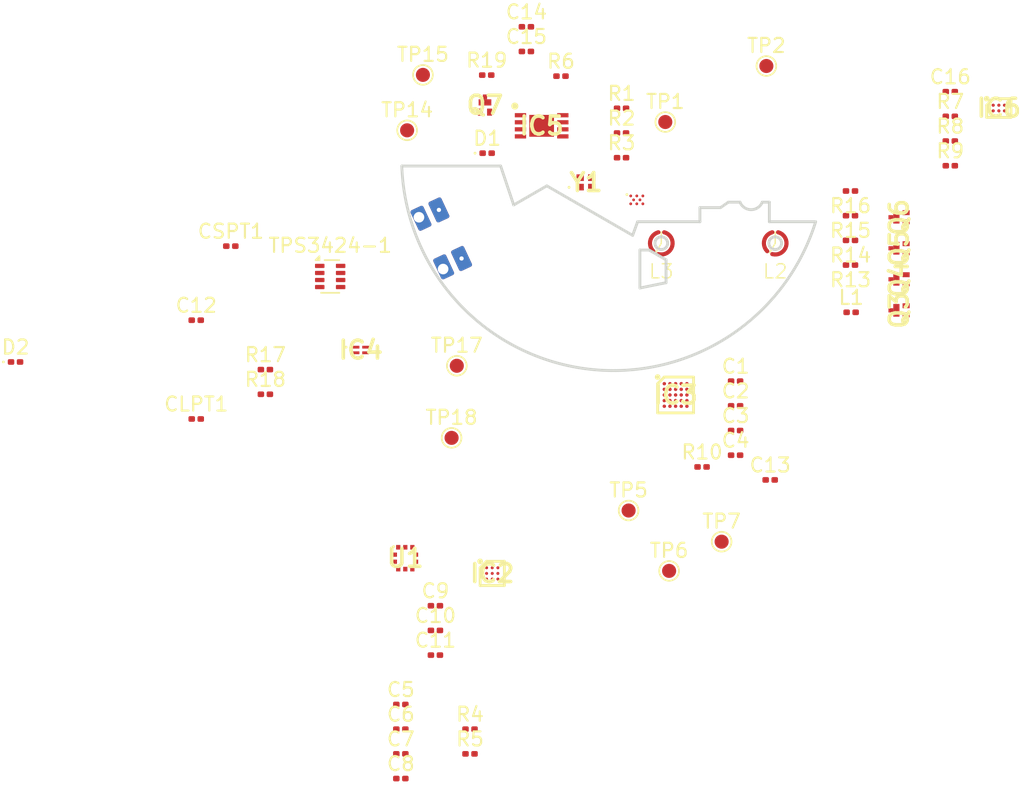
<source format=kicad_pcb>
(kicad_pcb (version 20241229) (generator "pcbnew") (generator_version "9.0")
  (layers (0 "F.Cu" signal) (2 "B.Cu" signal) (13 "F.Paste" user) (15 "B.Paste" user) (5 "F.SilkS" user "F.Silkscreen") (7 "B.SilkS" user "B.Silkscreen") (1 "F.Mask" user) (3 "B.Mask" user) (25 "Edge.Cuts" user))
  (net 0 "")
  (net 1 "GND")
  (net 2 "Controller Output")
  (net 3 "Net-(IC3-VDDA)")
  (net 4 "Net-(IC2-CRST)")
  (net 5 "Net-(U1-VDDIO)")
  (net 6 "Net-(C12-Pad2)")
  (net 7 "NRST")
  (net 8 "Charge+")
  (net 9 "Net-(TPS3424-1-LPT)")
  (net 10 "Net-(TPS3424-1-SPT)")
  (net 11 "Net-(D1-A)")
  (net 12 "+3V0")
  (net 13 "Net-(D2-A)")
  (net 14 "Stat")
  (net 15 "Net-(IC1-MOT2)")
  (net 16 "Net-(IC1-RESET)")
  (net 17 "Net-(IC1-MOT1)")
  (net 19 "OSCOUT")
  (net 20 "OSCIN")
  (net 21 "Net-(IC1-VDD)")
  (net 23 "I2C1_SDA")
  (net 24 "I2C1_SCL")
  (net 31 "GPIO_Output_Mono")
  (net 33 "GPIO_EXTI1")
  (net 34 "SYS_SWCLK")
  (net 36 "GPIO_EXTI9")
  (net 40 "SYS_SWDIO")
  (net 41 "Tim2_CH3")
  (net 42 "Tim2_CH1")
  (net 43 "Net-(IC5-PROG)")
  (net 45 "Net-(Q4-D_1)")
  (net 46 "Net-(Q3-D_1)")
  (net 48 "Net-(Q7-D_1)")
  (footprint "Resistor_SMD:R_0201_0603Metric" (layer "F.Cu") (at 115.655 134.73)
    (property "Reference" "R4" (at 0 -1.05 0) (layer "F.SilkS"))
    (property "Value" "2k")
    (pad "1" smd roundrect (at -0.32 0) (size 0.46 0.4) (layers "F.Cu" "F.Mask") (net 2 "Controller Output"))
    (pad "2" smd roundrect (at 0.32 0) (size 0.46 0.4) (layers "F.Cu" "F.Mask") (net 23 "I2C1_SDA"))
  )
  (footprint "Resistor_SMD:R_0201_0603Metric" (layer "F.Cu") (at 142.61 96.58 180)
    (property "Reference" "R16" (at 0 -1.05 0) (layer "F.SilkS"))
    (property "Value" "100k")
    (pad "1" smd roundrect (at -0.32 0 180) (size 0.46 0.4) (layers "F.Cu" "F.Mask") (net 45 "Net-(Q4-D_1)"))
    (pad "2" smd roundrect (at 0.32 0 180) (size 0.46 0.4) (layers "F.Cu" "F.Mask") (net 41 "Tim2_CH3"))
  )
  (footprint "Diode_SMD:D_0201_0603Metric" (layer "F.Cu") (at 83.46 108.7)
    (property "Reference" "D2" (at 0 -1.05 0) (layer "F.SilkS"))
    (property "Value" "D")
    (fp_circle (center -0.86 0) (end -0.81 0) (stroke (width 0.1)) (fill no) (layer "F.SilkS"))
    (pad "1" smd roundrect (at -0.32 0) (size 0.46 0.4) (layers "F.Cu" "F.Mask") (net 14 "Stat"))
    (pad "2" smd roundrect (at 0.32 0) (size 0.46 0.4) (layers "F.Cu" "F.Mask") (net 13 "Net-(D2-A)"))
  )
  (footprint "Inductor_SMD:L_0201_0603Metric" (layer "F.Cu") (at 142.655 105.18)
    (property "Reference" "L1" (at 0 -1.05 0) (layer "F.SilkS"))
    (property "Value" "27n")
    (pad "1" smd roundrect (at -0.32 0) (size 0.46 0.4) (layers "F.Cu" "F.Mask") (net 2 "Controller Output"))
    (pad "2" smd roundrect (at 0.32 0) (size 0.46 0.4) (layers "F.Cu" "F.Mask") (net 3 "Net-(IC3-VDDA)"))
  )
  (footprint "TestPoint:TestPoint_Pad_D1.0mm" (layer "F.Cu") (at 136.65 87.72)
    (property "Reference" "TP2" (at 0 -1.448 0) (layer "F.SilkS"))
    (property "Value" "VDD_PCF2003")
    (fp_circle (center 0 0) (end 0 0.7) (stroke (width 0.12)) (fill no) (layer "F.SilkS"))
    (pad "1" smd circle (at 0 0) (size 1 1) (layers "F.Cu" "F.Mask") (net 21 "Net-(IC1-VDD)"))
  )
  (footprint "Resistor_SMD:R_0201_0603Metric" (layer "F.Cu") (at 126.39 92.47)
    (property "Reference" "R2" (at 0 -1.05 0) (layer "F.SilkS"))
    (property "Value" "0")
    (pad "1" smd roundrect (at -0.32 0) (size 0.46 0.4) (layers "F.Cu" "F.Mask") (net 1 "GND"))
    (pad "2" smd roundrect (at 0.32 0) (size 0.46 0.4) (layers "F.Cu" "F.Mask") (net 16 "Net-(IC1-RESET)"))
  )
  (footprint "SamacSys_Parts:BGA9C40P3X3_128X128X54" (layer "F.Cu") (at 117.23 123.69)
    (property "Reference" "IC2" (at 0 0 0) (layer "F.SilkS") (effects (font (size 1.27 1.27) (thickness 0.254))))
    (property "Value" "BMM350" (hide yes))
    (fp_line (start -0.857 -0.401) (end -0.399 -0.859) (stroke (width 0.2)) (layer "F.SilkS"))
    (fp_line (start -0.857 0.857) (end -0.857 -0.401) (stroke (width 0.2)) (layer "F.SilkS"))
    (fp_line (start -0.4 -0.858) (end 0.858 -0.858) (stroke (width 0.2)) (layer "F.SilkS"))
    (fp_line (start 0.858 -0.858) (end 0.858 0.857) (stroke (width 0.2)) (layer "F.SilkS"))
    (fp_line (start 0.858 0.857) (end -0.857 0.857) (stroke (width 0.2)) (layer "F.SilkS"))
    (fp_circle (center -0.858 -0.858) (end -0.858 -0.758) (stroke (width 0.2)) (fill no) (layer "F.SilkS"))
    (pad "A1" smd circle (at -0.4 -0.4 90) (size 0.215 0.215) (layers "F.Cu" "F.Mask" "F.Paste"))
    (pad "A2" smd circle (at 0 -0.4 90) (size 0.215 0.215) (layers "F.Cu" "F.Mask" "F.Paste") (net 23 "I2C1_SDA"))
    (pad "A3" smd circle (at 0.4 -0.4 90) (size 0.215 0.215) (layers "F.Cu" "F.Mask" "F.Paste") (net 24 "I2C1_SCL"))
    (pad "B1" smd circle (at -0.4 0 90) (size 0.215 0.215) (layers "F.Cu" "F.Mask" "F.Paste") (net 1 "GND"))
    (pad "B2" smd circle (at 0 0 90) (size 0.215 0.215) (layers "F.Cu" "F.Mask" "F.Paste") (net 1 "GND"))
    (pad "B3" smd circle (at 0.4 0 90) (size 0.215 0.215) (layers "F.Cu" "F.Mask" "F.Paste") (net 2 "Controller Output"))
    (pad "C1" smd circle (at -0.4 0.4 90) (size 0.215 0.215) (layers "F.Cu" "F.Mask" "F.Paste") (net 2 "Controller Output"))
    (pad "C2" smd circle (at 0 0.4 90) (size 0.215 0.215) (layers "F.Cu" "F.Mask" "F.Paste") (net 4 "Net-(IC2-CRST)"))
    (pad "C3" smd circle (at 0.4 0.4 90) (size 0.215 0.215) (layers "F.Cu" "F.Mask" "F.Paste") (net 1 "GND"))
  )
  (footprint "Capacitor_SMD:C_0201_0603Metric" (layer "F.Cu") (at 96.26 112.74)
    (property "Reference" "CLPT1" (at 0 -1.05 0) (layer "F.SilkS"))
    (property "Value" "1u")
    (pad "1" smd roundrect (at -0.32 0) (size 0.46 0.4) (layers "F.Cu" "F.Mask") (net 1 "GND"))
    (pad "2" smd roundrect (at 0.32 0) (size 0.46 0.4) (layers "F.Cu" "F.Mask") (net 9 "Net-(TPS3424-1-LPT)"))
  )
  (footprint "Diode_SMD:D_0201_0603Metric" (layer "F.Cu") (at 116.87 93.9)
    (property "Reference" "D1" (at 0 -1.05 0) (layer "F.SilkS"))
    (property "Value" "D")
    (fp_circle (center -0.86 0) (end -0.81 0) (stroke (width 0.1)) (fill no) (layer "F.SilkS"))
    (pad "1" smd roundrect (at -0.32 0) (size 0.46 0.4) (layers "F.Cu" "F.Mask") (net 12 "+3V0"))
    (pad "2" smd roundrect (at 0.32 0) (size 0.46 0.4) (layers "F.Cu" "F.Mask") (net 11 "Net-(D1-A)"))
  )
  (footprint "TestPoint:TestPoint_Pad_D1.0mm" (layer "F.Cu") (at 126.89 119.23)
    (property "Reference" "TP5" (at 0 -1.448 0) (layer "F.SilkS"))
    (property "Value" "SWDIO")
    (fp_circle (center 0 0) (end 0 0.7) (stroke (width 0.12)) (fill no) (layer "F.SilkS"))
    (pad "1" smd circle (at 0 0) (size 1 1) (layers "F.Cu" "F.Mask") (net 40 "SYS_SWDIO"))
  )
  (footprint "Resistor_SMD:R_0201_0603Metric" (layer "F.Cu") (at 149.68 94.79)
    (property "Reference" "R9" (at 0 -1.05 0) (layer "F.SilkS"))
    (property "Value" "0")
    (pad "1" smd roundrect (at -0.32 0) (size 0.46 0.4) (layers "F.Cu" "F.Mask") (net 2 "Controller Output"))
    (pad "2" smd roundrect (at 0.32 0) (size 0.46 0.4) (layers "F.Cu" "F.Mask") (net 1 "GND"))
  )
  (footprint "Resistor_SMD:R_0201_0603Metric" (layer "F.Cu") (at 101.16 109.24)
    (property "Reference" "R17" (at 0 -1.05 0) (layer "F.SilkS"))
    (property "Value" "1k")
    (pad "1" smd roundrect (at -0.32 0) (size 0.46 0.4) (layers "F.Cu" "F.Mask") (net 1 "GND"))
    (pad "2" smd roundrect (at 0.32 0) (size 0.46 0.4) (layers "F.Cu" "F.Mask") (net 6 "Net-(C12-Pad2)"))
  )
  (footprint "Capacitor_SMD:C_0201_0603Metric" (layer "F.Cu") (at 134.47 115.31)
    (property "Reference" "C4" (at 0 -1.05 0) (layer "F.SilkS"))
    (property "Value" "100n")
    (pad "1" smd roundrect (at -0.32 0) (size 0.46 0.4) (layers "F.Cu" "F.Mask") (net 1 "GND"))
    (pad "2" smd roundrect (at 0.32 0) (size 0.46 0.4) (layers "F.Cu" "F.Mask") (net 3 "Net-(IC3-VDDA)"))
  )
  (footprint "SamacSys_Parts:Miyota 2035" (layer "F.Cu") (at 129.206502 100.28)
    (property "Reference" "L3" (at 0 2 0) (layer "F.SilkS") (effects (font (thickness 0.1))))
    (property "Value" "L")
    (fp_line (start 0 -0.8) (end 0 0) (stroke (width 0.1)) (layer "F.SilkS"))
    (fp_line (start 0 0) (end -0.4 0.69282) (stroke (width 0.1)) (layer "F.SilkS"))
    (fp_circle (center 0 0) (end 0.5 0) (stroke (width 0.1)) (fill no) (layer "F.SilkS"))
    (pad "1" smd custom (at -0.207055 -0.772741) (size 0.3 0.3) (layers "F.Cu" "F.Mask" "F.Paste") (net 15 "Net-(IC1-MOT2)") (options (clearance outline) (anchor circle)) (primitives (gr_arc (start -0.35863 1.338426) (mid -0.565685 0.565686) (end 0 0) (width 0.3))))
    (pad "2" smd custom (at 0.207055 -0.772741) (size 0.3 0.3) (layers "F.Cu" "F.Mask" "F.Paste") (net 17 "Net-(IC1-MOT1)") (options (clearance outline) (anchor circle)) (primitives (gr_arc (start 0 0) (mid 0.565686 0.979796) (end -0.41411 1.545482) (width 0.3))))
  )
  (footprint "Capacitor_SMD:C_0201_0603Metric" (layer "F.Cu") (at 119.65 86.69)
    (property "Reference" "C15" (at 0 -1.05 0) (layer "F.SilkS"))
    (property "Value" "4.7u")
    (pad "1" smd roundrect (at -0.32 0) (size 0.46 0.4) (layers "F.Cu" "F.Mask") (net 12 "+3V0"))
    (pad "2" smd roundrect (at 0.32 0) (size 0.46 0.4) (layers "F.Cu" "F.Mask") (net 1 "GND"))
  )
  (footprint "Capacitor_SMD:C_0201_0603Metric" (layer "F.Cu") (at 149.68 89.54)
    (property "Reference" "C16" (at 0 -1.05 0) (layer "F.SilkS"))
    (property "Value" "100n")
    (pad "1" smd roundrect (at -0.32 0) (size 0.46 0.4) (layers "F.Cu" "F.Mask") (net 2 "Controller Output"))
    (pad "2" smd roundrect (at 0.32 0) (size 0.46 0.4) (layers "F.Cu" "F.Mask") (net 1 "GND"))
  )
  (footprint "Capacitor_SMD:C_0201_0603Metric" (layer "F.Cu") (at 96.26 105.74)
    (property "Reference" "C12" (at 0 -1.05 0) (layer "F.SilkS"))
    (property "Value" "220n")
    (pad "1" smd roundrect (at -0.32 0) (size 0.46 0.4) (layers "F.Cu" "F.Mask") (net 1 "GND"))
    (pad "2" smd roundrect (at 0.32 0) (size 0.46 0.4) (layers "F.Cu" "F.Mask") (net 6 "Net-(C12-Pad2)"))
  )
  (footprint "Capacitor_SMD:C_0201_0603Metric" (layer "F.Cu") (at 110.755 134.73)
    (property "Reference" "C6" (at 0 -1.05 0) (layer "F.SilkS"))
    (property "Value" "1u")
    (pad "1" smd roundrect (at -0.32 0) (size 0.46 0.4) (layers "F.Cu" "F.Mask") (net 4 "Net-(IC2-CRST)"))
    (pad "2" smd roundrect (at 0.32 0) (size 0.46 0.4) (layers "F.Cu" "F.Mask") (net 1 "GND"))
  )
  (footprint "SamacSys_Parts:Wurth side button 434331013822" (layer "F.Cu") (at 113.62 99.94 -65)
    (property "Reference" "SW5" (hide yes))
    (property "Value" "SW_MEC_5E" (hide yes))
    (pad "1" thru_hole roundrect (at -1.9 -0.700001 295) (size 1.6 1) (drill 0.3) (layers "*.Cu" "*.Mask") (roundrect_rratio 0.15) (net 6 "Net-(C12-Pad2)"))
    (pad "2" thru_hole roundrect (at 1.899999 -0.7 295) (size 1.6 1) (drill 0.3) (layers "*.Cu" "*.Mask") (roundrect_rratio 0.15) (net 6 "Net-(C12-Pad2)"))
    (pad "3" thru_hole roundrect (at -2.025 0.8 295) (size 1.6 1) (drill 0.75 (offset 0.125 -0.1)) (layers "*.Cu" "*.Mask") (roundrect_rratio 0.15) (net 12 "+3V0"))
    (pad "4" thru_hole roundrect (at 2.025 0.8 295) (size 1.6 1) (drill 0.75 (offset -0.125 -0.1)) (layers "*.Cu" "*.Mask") (roundrect_rratio 0.15) (net 12 "+3V0"))
  )
  (footprint "TestPoint:TestPoint_Pad_D1.0mm" (layer "F.Cu") (at 129.49 91.69)
    (property "Reference" "TP1" (at 0 -1.448 0) (layer "F.SilkS"))
    (property "Value" "GND_PCF2003")
    (fp_circle (center 0 0) (end 0 0.7) (stroke (width 0.12)) (fill no) (layer "F.SilkS"))
    (pad "1" smd circle (at 0 0) (size 1 1) (layers "F.Cu" "F.Mask") (net 1 "GND"))
  )
  (footprint "SamacSys_Parts:BGA25C40P5X5_213X207X58" (layer "F.Cu") (at 130.22 111.04)
    (property "Reference" "IC3" (at 0 0 0) (layer "F.SilkS") (effects (font (size 1.27 1.27) (thickness 0.254))))
    (property "Value" "STM32L011E4Y6TR" (hide yes))
    (fp_line (start -1.271 -0.8) (end -0.8 -1.271) (stroke (width 0.2)) (layer "F.SilkS"))
    (fp_line (start -1.271 1.271) (end -1.271 -0.8) (stroke (width 0.2)) (layer "F.SilkS"))
    (fp_line (start -0.8 -1.271) (end 1.271 -1.271) (stroke (width 0.2)) (layer "F.SilkS"))
    (fp_line (start 1.271 -1.271) (end 1.271 1.271) (stroke (width 0.2)) (layer "F.SilkS"))
    (fp_line (start 1.271 1.271) (end -1.271 1.271) (stroke (width 0.2)) (layer "F.SilkS"))
    (fp_circle (center -1.271 -1.271) (end -1.271 -1.171) (stroke (width 0.2)) (fill no) (layer "F.SilkS"))
    (pad "A1" smd circle (at -0.8 -0.8 90) (size 0.242 0.242) (layers "F.Cu" "F.Mask" "F.Paste") (net 40 "SYS_SWDIO"))
    (pad "A2" smd circle (at -0.4 -0.8 90) (size 0.242 0.242) (layers "F.Cu" "F.Mask" "F.Paste") (net 34 "SYS_SWCLK"))
    (pad "A3" smd circle (at 0 -0.8 90) (size 0.242 0.242) (layers "F.Cu" "F.Mask" "F.Paste") (net 24 "I2C1_SCL"))
    (pad "A4" smd circle (at 0.4 -0.8 90) (size 0.242 0.242) (layers "F.Cu" "F.Mask" "F.Paste") (net 23 "I2C1_SDA"))
    (pad "A5" smd circle (at 0.8 -0.8 90) (size 0.242 0.242) (layers "F.Cu" "F.Mask" "F.Paste") (net 36 "GPIO_EXTI9"))
    (pad "B1" smd circle (at -0.8 -0.4 90) (size 0.242 0.242) (layers "F.Cu" "F.Mask" "F.Paste"))
    (pad "B2" smd circle (at -0.4 -0.4 90) (size 0.242 0.242) (layers "F.Cu" "F.Mask" "F.Paste"))
    (pad "B3" smd circle (at 0 -0.4 90) (size 0.242 0.242) (layers "F.Cu" "F.Mask" "F.Paste"))
    (pad "B4" smd circle (at 0.4 -0.4 90) (size 0.242 0.242) (layers "F.Cu" "F.Mask" "F.Paste") (net 33 "GPIO_EXTI1"))
    (pad "B5" smd circle (at 0.8 -0.4 90) (size 0.242 0.242) (layers "F.Cu" "F.Mask" "F.Paste") (net 31 "GPIO_Output_Mono"))
    (pad "C1" smd circle (at -0.8 0 90) (size 0.242 0.242) (layers "F.Cu" "F.Mask" "F.Paste") (net 42 "Tim2_CH1"))
    (pad "C2" smd circle (at -0.4 0 90) (size 0.242 0.242) (layers "F.Cu" "F.Mask" "F.Paste") (net 41 "Tim2_CH3"))
    (pad "C3" smd circle (at 0 0 90) (size 0.242 0.242) (layers "F.Cu" "F.Mask" "F.Paste"))
    (pad "C4" smd circle (at 0.4 0 90) (size 0.242 0.242) (layers "F.Cu" "F.Mask" "F.Paste") (net 3 "Net-(IC3-VDDA)"))
    (pad "C5" smd circle (at 0.8 0 90) (size 0.242 0.242) (layers "F.Cu" "F.Mask" "F.Paste"))
    (pad "D1" smd circle (at -0.8 0.4 90) (size 0.242 0.242) (layers "F.Cu" "F.Mask" "F.Paste") (net 2 "Controller Output"))
    (pad "D2" smd circle (at -0.4 0.4 90) (size 0.242 0.242) (layers "F.Cu" "F.Mask" "F.Paste"))
    (pad "D3" smd circle (at 0 0.4 90) (size 0.242 0.242) (layers "F.Cu" "F.Mask" "F.Paste"))
    (pad "D4" smd circle (at 0.4 0.4 90) (size 0.242 0.242) (layers "F.Cu" "F.Mask" "F.Paste"))
    (pad "D5" smd circle (at 0.8 0.4 90) (size 0.242 0.242) (layers "F.Cu" "F.Mask" "F.Paste") (net 7 "NRST"))
    (pad "E1" smd circle (at -0.8 0.8 90) (size 0.242 0.242) (layers "F.Cu" "F.Mask" "F.Paste") (net 1 "GND"))
    (pad "E2" smd circle (at -0.4 0.8 90) (size 0.242 0.242) (layers "F.Cu" "F.Mask" "F.Paste"))
    (pad "E3" smd circle (at 0 0.8 90) (size 0.242 0.242) (layers "F.Cu" "F.Mask" "F.Paste"))
    (pad "E4" smd circle (at 0.4 0.8 90) (size 0.242 0.242) (layers "F.Cu" "F.Mask" "F.Paste"))
    (pad "E5" smd circle (at 0.8 0.8 90) (size 0.242 0.242) (layers "F.Cu" "F.Mask" "F.Paste") (net 12 "+3V0"))
  )
  (footprint "SamacSys_Parts:2N7002KQBZ" (layer "F.Cu") (at 146.05 98.44 90)
    (property "Reference" "Q6" (at 0 0 90) (layer "F.SilkS") (effects (font (size 1.27 1.27) (thickness 0.254))))
    (property "Value" "2N7002KQBZ" (hide yes))
    (pad "1" smd rect (at -0.325 0.5 90) (size 0.35 0.5) (layers "F.Cu" "F.Mask" "F.Paste") (net 41 "Tim2_CH3"))
    (pad "2" smd rect (at 0.325 0.5 90) (size 0.35 0.5) (layers "F.Cu" "F.Mask" "F.Paste") (net 45 "Net-(Q4-D_1)"))
    (pad "3" smd rect (at 0 -0.19 180) (size 0.44 0.9) (layers "F.Cu" "F.Mask" "F.Paste") (net 1 "GND"))
    (pad "4" smd rect (at 0 -0.58 90) (size 0.3 0.34) (layers "F.Cu" "F.Mask" "F.Paste") (net 1 "GND"))
  )
  (footprint "Resistor_SMD:R_0201_0603Metric" (layer "F.Cu") (at 115.655 136.48)
    (property "Reference" "R5" (at 0 -1.05 0) (layer "F.SilkS"))
    (property "Value" "2k")
    (pad "1" smd roundrect (at -0.32 0) (size 0.46 0.4) (layers "F.Cu" "F.Mask") (net 2 "Controller Output"))
    (pad "2" smd roundrect (at 0.32 0) (size 0.46 0.4) (layers "F.Cu" "F.Mask") (net 24 "I2C1_SCL"))
  )
  (footprint "Resistor_SMD:R_0201_0603Metric" (layer "F.Cu") (at 149.68 93.04)
    (property "Reference" "R8" (at 0 -1.05 0) (layer "F.SilkS"))
    (property "Value" "2k")
    (pad "1" smd roundrect (at -0.32 0) (size 0.46 0.4) (layers "F.Cu" "F.Mask") (net 23 "I2C1_SDA"))
    (pad "2" smd roundrect (at 0.32 0) (size 0.46 0.4) (layers "F.Cu" "F.Mask") (net 2 "Controller Output"))
  )
  (footprint "SamacSys_Parts:TPS22991BRAAR" (layer "F.Cu") (at 107.92 107.85)
    (property "Reference" "IC4" (at 0 0 0) (layer "F.SilkS") (effects (font (size 1.27 1.27) (thickness 0.254))))
    (property "Value" "TPS22991BRAAR" (hide yes))
    (fp_line (start -1.1 -0.2) (end -1.1 -0.2) (stroke (width 0.1)) (layer "F.SilkS"))
    (fp_line (start -1 -0.2) (end -1 -0.2) (stroke (width 0.1)) (layer "F.SilkS"))
    (fp_arc (start -1.1 -0.2) (mid -1.05 -0.25) (end -1 -0.2) (stroke (width 0.1)) (layer "F.SilkS"))
    (fp_arc (start -1 -0.2) (mid -1.05 -0.15) (end -1.1 -0.2) (stroke (width 0.1)) (layer "F.SilkS"))
    (pad "1" smd rect (at -0.338 -0.2 90) (size 0.2 0.475) (layers "F.Cu" "F.Mask" "F.Paste") (net 12 "+3V0"))
    (pad "2" smd rect (at -0.338 0.2 90) (size 0.2 0.475) (layers "F.Cu" "F.Mask" "F.Paste") (net 14 "Stat"))
    (pad "3" smd rect (at 0.338 0.2 90) (size 0.2 0.475) (layers "F.Cu" "F.Mask" "F.Paste") (net 2 "Controller Output"))
    (pad "4" smd rect (at 0.338 -0.2 90) (size 0.2 0.475) (layers "F.Cu" "F.Mask" "F.Paste") (net 1 "GND"))
  )
  (footprint "Capacitor_SMD:C_0201_0603Metric" (layer "F.Cu") (at 110.755 136.48)
    (property "Reference" "C7" (at 0 -1.05 0) (layer "F.SilkS"))
    (property "Value" "1u")
    (pad "1" smd roundrect (at -0.32 0) (size 0.46 0.4) (layers "F.Cu" "F.Mask") (net 4 "Net-(IC2-CRST)"))
    (pad "2" smd roundrect (at 0.32 0) (size 0.46 0.4) (layers "F.Cu" "F.Mask") (net 1 "GND"))
  )
  (footprint "Resistor_SMD:R_0201_0603Metric" (layer "F.Cu") (at 122.1 88.44)
    (property "Reference" "R6" (at 0 -1.05 0) (layer "F.SilkS"))
    (property "Value" "2k")
    (pad "1" smd roundrect (at -0.32 0) (size 0.46 0.4) (layers "F.Cu" "F.Mask") (net 43 "Net-(IC5-PROG)"))
    (pad "2" smd roundrect (at 0.32 0) (size 0.46 0.4) (layers "F.Cu" "F.Mask") (net 48 "Net-(Q7-D_1)"))
  )
  (footprint "Package_TO_SOT_SMD:SOT-583-8" (layer "F.Cu") (at 105.75 102.64)
    (property "Reference" "TPS3424-1" (at 0 -2.2 0) (layer "F.SilkS"))
    (property "Value" "~")
    (fp_line (start 0.65 -1.16) (end -0.4 -1.16) (stroke (width 0.12)) (layer "F.SilkS"))
    (fp_line (start 0.65 1.16) (end -0.65 1.16) (stroke (width 0.12)) (layer "F.SilkS"))
    (fp_poly (pts (xy -0.76 -1.16) (xy -1.04 -1.16) (xy -0.76 -1.44) (xy -0.76 -1.16)) (stroke (width 0.12)) (fill yes) (layer "F.SilkS"))
    (pad "1" smd roundrect (at -0.74 -0.75) (size 0.67 0.3) (layers "F.Cu" "F.Mask" "F.Paste") (roundrect_rratio 0.1666666667) (net 36 "GPIO_EXTI9"))
    (pad "2" smd roundrect (at -0.74 -0.25) (size 0.67 0.3) (layers "F.Cu" "F.Mask" "F.Paste") (roundrect_rratio 0.1666666667) (net 1 "GND"))
    (pad "3" smd roundrect (at -0.74 0.25) (size 0.67 0.3) (layers "F.Cu" "F.Mask" "F.Paste") (roundrect_rratio 0.1666666667) (net 12 "+3V0"))
    (pad "4" smd roundrect (at -0.74 0.75) (size 0.67 0.3) (layers "F.Cu" "F.Mask" "F.Paste") (roundrect_rratio 0.1666666667) (net 10 "Net-(TPS3424-1-SPT)"))
    (pad "5" smd roundrect (at 0.74 0.75) (size 0.67 0.3) (layers "F.Cu" "F.Mask" "F.Paste") (roundrect_rratio 0.1666666667) (net 9 "Net-(TPS3424-1-LPT)"))
    (pad "6" smd roundrect (at 0.74 0.25) (size 0.67 0.3) (layers "F.Cu" "F.Mask" "F.Paste") (roundrect_rratio 0.1666666667) (net 13 "Net-(D2-A)"))
    (pad "7" smd roundrect (at 0.74 -0.25) (size 0.67 0.3) (layers "F.Cu" "F.Mask" "F.Paste") (roundrect_rratio 0.1666666667) (net 33 "GPIO_EXTI1"))
    (pad "8" smd roundrect (at 0.74 -0.75) (size 0.67 0.3) (layers "F.Cu" "F.Mask" "F.Paste") (roundrect_rratio 0.1666666667) (net 31 "GPIO_Output_Mono"))
  )
  (footprint "SamacSys_Parts:2N7002KQBZ" (layer "F.Cu") (at 146.05 102.84 90)
    (property "Reference" "Q4" (at 0 0 90) (layer "F.SilkS") (effects (font (size 1.27 1.27) (thickness 0.254))))
    (property "Value" "2N7002KQBZ" (hide yes))
    (pad "1" smd rect (at -0.325 0.5 90) (size 0.35 0.5) (layers "F.Cu" "F.Mask" "F.Paste") (net 42 "Tim2_CH1"))
    (pad "2" smd rect (at 0.325 0.5 90) (size 0.35 0.5) (layers "F.Cu" "F.Mask" "F.Paste") (net 2 "Controller Output"))
    (pad "3" smd rect (at 0 -0.19 180) (size 0.44 0.9) (layers "F.Cu" "F.Mask" "F.Paste") (net 45 "Net-(Q4-D_1)"))
    (pad "4" smd rect (at 0 -0.58 90) (size 0.3 0.34) (layers "F.Cu" "F.Mask" "F.Paste") (net 45 "Net-(Q4-D_1)"))
  )
  (footprint "Resistor_SMD:R_0201_0603Metric" (layer "F.Cu") (at 126.39 90.72)
    (property "Reference" "R1" (at 0 -1.05 0) (layer "F.SilkS"))
    (property "Value" "0")
    (pad "1" smd roundrect (at -0.32 0) (size 0.46 0.4) (layers "F.Cu" "F.Mask") (net 21 "Net-(IC1-VDD)"))
    (pad "2" smd roundrect (at 0.32 0) (size 0.46 0.4) (layers "F.Cu" "F.Mask") (net 12 "+3V0"))
  )
  (footprint "Capacitor_SMD:C_0201_0603Metric" (layer "F.Cu") (at 136.92 117.06)
    (property "Reference" "C13" (at 0 -1.05 0) (layer "F.SilkS"))
    (property "Value" "100n")
    (pad "1" smd roundrect (at -0.32 0) (size 0.46 0.4) (layers "F.Cu" "F.Mask") (net 7 "NRST"))
    (pad "2" smd roundrect (at 0.32 0) (size 0.46 0.4) (layers "F.Cu" "F.Mask") (net 1 "GND"))
  )
  (footprint "TestPoint:TestPoint_Pad_D1.0mm" (layer "F.Cu") (at 114.35 114.08)
    (property "Reference" "TP18" (at 0 -1.448 0) (layer "F.SilkS"))
    (property "Value" "Charge-")
    (fp_circle (center 0 0) (end 0 0.7) (stroke (width 0.12)) (fill no) (layer "F.SilkS"))
    (pad "1" smd circle (at 0 0) (size 1 1) (layers "F.Cu" "F.Mask") (net 1 "GND"))
  )
  (footprint "TestPoint:TestPoint_Pad_D1.0mm" (layer "F.Cu") (at 133.48 121.44)
    (property "Reference" "TP7" (at 0 -1.448 0) (layer "F.SilkS"))
    (property "Value" "NRST")
    (fp_circle (center 0 0) (end 0 0.7) (stroke (width 0.12)) (fill no) (layer "F.SilkS"))
    (pad "1" smd circle (at 0 0) (size 1 1) (layers "F.Cu" "F.Mask") (net 7 "NRST"))
  )
  (footprint "TestPoint:TestPoint_Pad_D1.0mm" (layer "F.Cu") (at 112.32 88.35)
    (property "Reference" "TP15" (at 0 -1.448 0) (layer "F.SilkS"))
    (property "Value" "B-")
    (fp_circle (center 0 0) (end 0 0.7) (stroke (width 0.12)) (fill no) (layer "F.SilkS"))
    (pad "1" smd circle (at 0 0) (size 1 1) (layers "F.Cu" "F.Mask") (net 1 "GND"))
  )
  (footprint "SamacSys_Parts:2N7002KQBZ" (layer "F.Cu") (at 146.05 105.04 90)
    (property "Reference" "Q3" (at 0 0 90) (layer "F.SilkS") (effects (font (size 1.27 1.27) (thickness 0.254))))
    (property "Value" "2N7002KQBZ" (hide yes))
    (pad "1" smd rect (at -0.325 0.5 90) (size 0.35 0.5) (layers "F.Cu" "F.Mask" "F.Paste") (net 41 "Tim2_CH3"))
    (pad "2" smd rect (at 0.325 0.5 90) (size 0.35 0.5) (layers "F.Cu" "F.Mask" "F.Paste") (net 2 "Controller Output"))
    (pad "3" smd rect (at 0 -0.19 180) (size 0.44 0.9) (layers "F.Cu" "F.Mask" "F.Paste") (net 46 "Net-(Q3-D_1)"))
    (pad "4" smd rect (at 0 -0.58 90) (size 0.3 0.34) (layers "F.Cu" "F.Mask" "F.Paste") (net 46 "Net-(Q3-D_1)"))
  )
  (footprint "TestPoint:TestPoint_Pad_D1.0mm" (layer "F.Cu") (at 129.76 123.51)
    (property "Reference" "TP6" (at 0 -1.448 0) (layer "F.SilkS"))
    (property "Value" "SWCLK")
    (fp_circle (center 0 0) (end 0 0.7) (stroke (width 0.12)) (fill no) (layer "F.SilkS"))
    (pad "1" smd circle (at 0 0) (size 1 1) (layers "F.Cu" "F.Mask") (net 34 "SYS_SWCLK"))
  )
  (footprint "SamacSys_Parts:2N7002KQBZ" (layer "F.Cu") (at 116.715 90.49)
    (property "Reference" "Q7" (at 0 0 0) (layer "F.SilkS") (effects (font (size 1.27 1.27) (thickness 0.254))))
    (property "Value" "2N7002KQBZ" (hide yes))
    (pad "1" smd rect (at -0.325 0.5) (size 0.35 0.5) (layers "F.Cu" "F.Mask" "F.Paste") (net 8 "Charge+"))
    (pad "2" smd rect (at 0.325 0.5) (size 0.35 0.5) (layers "F.Cu" "F.Mask" "F.Paste") (net 1 "GND"))
    (pad "3" smd rect (at 0 -0.19 90) (size 0.44 0.9) (layers "F.Cu" "F.Mask" "F.Paste") (net 48 "Net-(Q7-D_1)"))
    (pad "4" smd rect (at 0 -0.58) (size 0.3 0.34) (layers "F.Cu" "F.Mask" "F.Paste") (net 48 "Net-(Q7-D_1)"))
  )
  (footprint "Capacitor_SMD:C_0201_0603Metric" (layer "F.Cu") (at 110.755 138.23)
    (property "Reference" "C8" (at 0 -1.05 0) (layer "F.SilkS"))
    (property "Value" "200n")
    (pad "1" smd roundrect (at -0.32 0) (size 0.46 0.4) (layers "F.Cu" "F.Mask") (net 4 "Net-(IC2-CRST)"))
    (pad "2" smd roundrect (at 0.32 0) (size 0.46 0.4) (layers "F.Cu" "F.Mask") (net 1 "GND"))
  )
  (footprint "SamacSys_Parts:ABS04W32768KHZ4D2T5" (layer "F.Cu") (at 123.87 95.97)
    (property "Reference" "Y1" (at 0 0 0) (layer "F.SilkS") (effects (font (size 1.27 1.27) (thickness 0.254))))
    (property "Value" "ABS04W-32.768KHZ-4-D2-T5" (hide yes))
    (fp_line (start -1.2 0.3) (end -1.2 0.3) (stroke (width 0.1)) (layer "F.SilkS"))
    (fp_line (start -1.2 0.4) (end -1.2 0.4) (stroke (width 0.1)) (layer "F.SilkS"))
    (fp_arc (start -1.2 0.3) (mid -1.15 0.35) (end -1.2 0.4) (stroke (width 0.1)) (layer "F.SilkS"))
    (fp_arc (start -1.2 0.4) (mid -1.25 0.35) (end -1.2 0.3) (stroke (width 0.1)) (layer "F.SilkS"))
    (pad "1" smd rect (at -0.41 0.335 90) (size 0.47 0.52) (layers "F.Cu" "F.Mask" "F.Paste") (net 20 "OSCIN"))
    (pad "2" smd rect (at 0.41 0.335 90) (size 0.47 0.52) (layers "F.Cu" "F.Mask" "F.Paste") (net 1 "GND"))
    (pad "3" smd rect (at 0.41 -0.335 90) (size 0.47 0.52) (layers "F.Cu" "F.Mask" "F.Paste") (net 19 "OSCOUT"))
    (pad "4" smd rect (at -0.41 -0.335 90) (size 0.47 0.52) (layers "F.Cu" "F.Mask" "F.Paste") (net 1 "GND"))
  )
  (footprint "SamacSys_Parts:PCF2003DUS" (layer "F.Cu") (at 127.47 97.21)
    (property "Reference" "IC1" (hide yes))
    (property "Value" "PCF2003DUS" (hide yes))
    (fp_circle (center -0.7 -0.375) (end -0.65 -0.375) (stroke (width 0.1)) (fill no) (layer "F.SilkS"))
    (pad "A1" smd circle (at -0.43 0.28 90) (size 0.2 0.2) (layers "F.Cu" "F.Mask" "F.Paste") (net 1 "GND"))
    (pad "A3" smd circle (at 0 0.28 90) (size 0.2 0.2) (layers "F.Cu" "F.Mask" "F.Paste"))
    (pad "A5" smd circle (at 0.43 0.28 90) (size 0.2 0.2) (layers "F.Cu" "F.Mask" "F.Paste") (net 16 "Net-(IC1-RESET)"))
    (pad "B2" smd circle (at -0.225 0 90) (size 0.2 0.2) (layers "F.Cu" "F.Mask" "F.Paste") (net 20 "OSCIN"))
    (pad "B4" smd circle (at 0.225 0 90) (size 0.2 0.2) (layers "F.Cu" "F.Mask" "F.Paste") (net 15 "Net-(IC1-MOT2)"))
    (pad "C1" smd circle (at -0.43 -0.28 90) (size 0.2 0.2) (layers "F.Cu" "F.Mask" "F.Paste") (net 19 "OSCOUT"))
    (pad "C3" smd circle (at 0 -0.28 90) (size 0.2 0.2) (layers "F.Cu" "F.Mask" "F.Paste") (net 17 "Net-(IC1-MOT1)"))
    (pad "C5" smd circle (at 0.43 -0.28 90) (size 0.2 0.2) (layers "F.Cu" "F.Mask" "F.Paste") (net 21 "Net-(IC1-VDD)"))
  )
  (footprint "Capacitor_SMD:C_0201_0603Metric" (layer "F.Cu") (at 119.65 84.94)
    (property "Reference" "C14" (at 0 -1.05 0) (layer "F.SilkS"))
    (property "Value" "4.7u")
    (pad "1" smd roundrect (at -0.32 0) (size 0.46 0.4) (layers "F.Cu" "F.Mask") (net 8 "Charge+"))
    (pad "2" smd roundrect (at 0.32 0) (size 0.46 0.4) (layers "F.Cu" "F.Mask") (net 1 "GND"))
  )
  (footprint "Capacitor_SMD:C_0201_0603Metric" (layer "F.Cu") (at 134.47 110.06)
    (property "Reference" "C1" (at 0 -1.05 0) (layer "F.SilkS"))
    (property "Value" "100n")
    (pad "1" smd roundrect (at -0.32 0) (size 0.46 0.4) (layers "F.Cu" "F.Mask") (net 1 "GND"))
    (pad "2" smd roundrect (at 0.32 0) (size 0.46 0.4) (layers "F.Cu" "F.Mask") (net 2 "Controller Output"))
  )
  (footprint "Resistor_SMD:R_0201_0603Metric" (layer "F.Cu") (at 142.61 100.08 180)
    (property "Reference" "R14" (at 0 -1.05 0) (layer "F.SilkS"))
    (property "Value" "100k")
    (pad "1" smd roundrect (at -0.32 0 180) (size 0.46 0.4) (layers "F.Cu" "F.Mask") (net 42 "Tim2_CH1"))
    (pad "2" smd roundrect (at 0.32 0 180) (size 0.46 0.4) (layers "F.Cu" "F.Mask") (net 2 "Controller Output"))
  )
  (footprint "Resistor_SMD:R_0201_0603Metric" (layer "F.Cu") (at 149.68 91.29)
    (property "Reference" "R7" (at 0 -1.05 0) (layer "F.SilkS"))
    (property "Value" "2k")
    (pad "1" smd roundrect (at -0.32 0) (size 0.46 0.4) (layers "F.Cu" "F.Mask") (net 24 "I2C1_SCL"))
    (pad "2" smd roundrect (at 0.32 0) (size 0.46 0.4) (layers "F.Cu" "F.Mask") (net 2 "Controller Output"))
  )
  (footprint "Capacitor_SMD:C_0201_0603Metric" (layer "F.Cu") (at 113.205 125.98)
    (property "Reference" "C9" (at 0 -1.05 0) (layer "F.SilkS"))
    (property "Value" "100n")
    (pad "1" smd roundrect (at -0.32 0) (size 0.46 0.4) (layers "F.Cu" "F.Mask") (net 2 "Controller Output"))
    (pad "2" smd roundrect (at 0.32 0) (size 0.46 0.4) (layers "F.Cu" "F.Mask") (net 1 "GND"))
  )
  (footprint "Resistor_SMD:R_0201_0603Metric" (layer "F.Cu") (at 101.16 110.99)
    (property "Reference" "R18" (at 0 -1.05 0) (layer "F.SilkS"))
    (property "Value" "47k")
    (pad "1" smd roundrect (at -0.32 0) (size 0.46 0.4) (layers "F.Cu" "F.Mask") (net 6 "Net-(C12-Pad2)"))
    (pad "2" smd roundrect (at 0.32 0) (size 0.46 0.4) (layers "F.Cu" "F.Mask") (net 36 "GPIO_EXTI9"))
  )
  (footprint "Capacitor_SMD:C_0201_0603Metric" (layer "F.Cu") (at 98.71 100.49)
    (property "Reference" "CSPT1" (at 0 -1.05 0) (layer "F.SilkS"))
    (property "Value" "1u")
    (pad "1" smd roundrect (at -0.32 0) (size 0.46 0.4) (layers "F.Cu" "F.Mask") (net 1 "GND"))
    (pad "2" smd roundrect (at 0.32 0) (size 0.46 0.4) (layers "F.Cu" "F.Mask") (net 10 "Net-(TPS3424-1-SPT)"))
  )
  (footprint "SamacSys_Parts:BMP581" (layer "F.Cu") (at 111.07 122.61)
    (property "Reference" "U1" (at 0 0 0) (layer "F.SilkS") (effects (font (size 1.27 1.27) (thickness 0.254))))
    (property "Value" "BMP581" (hide yes))
    (fp_line (start -0.875 -0.825) (end -0.875 -0.825) (stroke (width 0.1)) (layer "F.SilkS"))
    (fp_line (start -0.775 -0.825) (end -0.775 -0.825) (stroke (width 0.1)) (layer "F.SilkS"))
    (fp_arc (start -0.875 -0.825) (mid -0.825 -0.875) (end -0.775 -0.825) (stroke (width 0.1)) (layer "F.SilkS"))
    (fp_arc (start -0.775 -0.825) (mid -0.825 -0.775) (end -0.875 -0.825) (stroke (width 0.1)) (layer "F.SilkS"))
    (pad "1" smd rect (at -0.75 -0.25 90) (size 0.3 0.325) (layers "F.Cu" "F.Mask" "F.Paste") (net 5 "Net-(U1-VDDIO)"))
    (pad "2" smd rect (at -0.75 0.25 90) (size 0.3 0.325) (layers "F.Cu" "F.Mask" "F.Paste") (net 24 "I2C1_SCL"))
    (pad "3" smd rect (at -0.5 0.775) (size 0.3 0.325) (layers "F.Cu" "F.Mask" "F.Paste") (net 1 "GND"))
    (pad "4" smd rect (at 0 0.775) (size 0.3 0.325) (layers "F.Cu" "F.Mask" "F.Paste") (net 23 "I2C1_SDA"))
    (pad "5" smd rect (at 0.5 0.775) (size 0.3 0.325) (layers "F.Cu" "F.Mask" "F.Paste") (net 1 "GND"))
    (pad "6" smd rect (at 0.75 0.25 90) (size 0.3 0.325) (layers "F.Cu" "F.Mask" "F.Paste"))
    (pad "7" smd rect (at 0.75 -0.25 90) (size 0.3 0.325) (layers "F.Cu" "F.Mask" "F.Paste") (net 1 "GND"))
    (pad "8" smd rect (at 0.5 -0.775) (size 0.3 0.325) (layers "F.Cu" "F.Mask" "F.Paste") (net 1 "GND"))
    (pad "9" smd rect (at 0 -0.775) (size 0.3 0.325) (layers "F.Cu" "F.Mask" "F.Paste") (net 1 "GND"))
    (pad "10" smd rect (at -0.5 -0.775) (size 0.3 0.325) (layers "F.Cu" "F.Mask" "F.Paste") (net 2 "Controller Output"))
  )
  (footprint "SamacSys_Parts:BGA6C40P3X2_138X102X63" (layer "F.Cu") (at 153.12 90.7)
    (property "Reference" "IC6" (at 0 0 0) (layer "F.SilkS") (effects (font (size 1.27 1.27) (thickness 0.254))))
    (property "Value" "AS5510-DWLM" (hide yes))
    (fp_line (start -0.862 -0.2) (end -0.4 -0.662) (stroke (width 0.2)) (layer "F.SilkS"))
    (fp_line (start -0.862 0.662) (end -0.862 -0.2) (stroke (width 0.2)) (layer "F.SilkS"))
    (fp_line (start -0.4 -0.662) (end 0.862 -0.662) (stroke (width 0.2)) (layer "F.SilkS"))
    (fp_line (start 0.862 -0.662) (end 0.862 0.662) (stroke (width 0.2)) (layer "F.SilkS"))
    (fp_line (start 0.862 0.662) (end -0.862 0.662) (stroke (width 0.2)) (layer "F.SilkS"))
    (fp_circle (center -0.862 -0.662) (end -0.862 -0.562) (stroke (width 0.2)) (fill no) (layer "F.SilkS"))
    (pad "A1" smd circle (at -0.4 -0.2 90) (size 0.224 0.224) (layers "F.Cu" "F.Mask" "F.Paste") (net 1 "GND"))
    (pad "A2" smd circle (at 0 -0.2 90) (size 0.224 0.224) (layers "F.Cu" "F.Mask" "F.Paste") (net 1 "GND"))
    (pad "A3" smd circle (at 0.4 -0.2 90) (size 0.224 0.224) (layers "F.Cu" "F.Mask" "F.Paste") (net 2 "Controller Output"))
    (pad "B1" smd circle (at -0.4 0.2 90) (size 0.224 0.224) (layers "F.Cu" "F.Mask" "F.Paste") (net 23 "I2C1_SDA"))
    (pad "B2" smd circle (at 0 0.2 90) (size 0.224 0.224) (layers "F.Cu" "F.Mask" "F.Paste") (net 24 "I2C1_SCL"))
    (pad "B3" smd circle (at 0.4 0.2 90) (size 0.224 0.224) (layers "F.Cu" "F.Mask" "F.Paste") (net 1 "GND"))
  )
  (footprint "SamacSys_Parts:2N7002KQBZ" (layer "F.Cu") (at 146.05 100.64 90)
    (property "Reference" "Q5" (at 0 0 90) (layer "F.SilkS") (effects (font (size 1.27 1.27) (thickness 0.254))))
    (property "Value" "2N7002KQBZ" (hide yes))
    (pad "1" smd rect (at -0.325 0.5 90) (size 0.35 0.5) (layers "F.Cu" "F.Mask" "F.Paste") (net 42 "Tim2_CH1"))
    (pad "2" smd rect (at 0.325 0.5 90) (size 0.35 0.5) (layers "F.Cu" "F.Mask" "F.Paste") (net 46 "Net-(Q3-D_1)"))
    (pad "3" smd rect (at 0 -0.19 180) (size 0.44 0.9) (layers "F.Cu" "F.Mask" "F.Paste") (net 1 "GND"))
    (pad "4" smd rect (at 0 -0.58 90) (size 0.3 0.34) (layers "F.Cu" "F.Mask" "F.Paste") (net 1 "GND"))
  )
  (footprint "Resistor_SMD:R_0201_0603Metric" (layer "F.Cu") (at 126.39 94.22)
    (property "Reference" "R3" (at 0 -1.05 0) (layer "F.SilkS"))
    (property "Value" "0")
    (pad "1" smd roundrect (at -0.32 0) (size 0.46 0.4) (layers "F.Cu" "F.Mask") (net 16 "Net-(IC1-RESET)"))
    (pad "2" smd roundrect (at 0.32 0) (size 0.46 0.4) (layers "F.Cu" "F.Mask") (net 12 "+3V0"))
  )
  (footprint "Resistor_SMD:R_0201_0603Metric" (layer "F.Cu") (at 142.61 98.33 180)
    (property "Reference" "R15" (at 0 -1.05 0) (layer "F.SilkS"))
    (property "Value" "100k")
    (pad "1" smd roundrect (at -0.32 0 180) (size 0.46 0.4) (layers "F.Cu" "F.Mask") (net 42 "Tim2_CH1"))
    (pad "2" smd roundrect (at 0.32 0 180) (size 0.46 0.4) (layers "F.Cu" "F.Mask") (net 46 "Net-(Q3-D_1)"))
  )
  (footprint "SamacSys_Parts:Miyota 2035" (layer "F.Cu") (at 137.276502 100.28)
    (property "Reference" "L2" (at 0 2 0) (layer "F.SilkS") (effects (font (thickness 0.1))))
    (property "Value" "L")
    (fp_line (start 0 -0.8) (end 0 0) (stroke (width 0.1)) (layer "F.SilkS"))
    (fp_line (start 0 0) (end -0.4 0.69282) (stroke (width 0.1)) (layer "F.SilkS"))
    (fp_circle (center 0 0) (end 0.5 0) (stroke (width 0.1)) (fill no) (layer "F.SilkS"))
    (pad "1" smd custom (at -0.207055 -0.772741) (size 0.3 0.3) (layers "F.Cu" "F.Mask" "F.Paste") (net 46 "Net-(Q3-D_1)") (options (clearance outline) (anchor circle)) (primitives (gr_arc (start -0.35863 1.338426) (mid -0.565685 0.565686) (end 0 0) (width 0.3))))
    (pad "2" smd custom (at 0.207055 -0.772741) (size 0.3 0.3) (layers "F.Cu" "F.Mask" "F.Paste") (net 45 "Net-(Q4-D_1)") (options (clearance outline) (anchor circle)) (primitives (gr_arc (start 0 0) (mid 0.565686 0.979796) (end -0.41411 1.545482) (width 0.3))))
  )
  (footprint "Resistor_SMD:R_0201_0603Metric" (layer "F.Cu") (at 132.095 116.14)
    (property "Reference" "R10" (at 0 -1.05 0) (layer "F.SilkS"))
    (property "Value" "100k")
    (pad "1" smd roundrect (at -0.32 0) (size 0.46 0.4) (layers "F.Cu" "F.Mask") (net 12 "+3V0"))
    (pad "2" smd roundrect (at 0.32 0) (size 0.46 0.4) (layers "F.Cu" "F.Mask") (net 1 "GND"))
  )
  (footprint "TestPoint:TestPoint_Pad_D1.0mm" (layer "F.Cu") (at 111.2 92.28)
    (property "Reference" "TP14" (at 0 -1.448 0) (layer "F.SilkS"))
    (property "Value" "B+")
    (fp_circle (center 0 0) (end 0 0.7) (stroke (width 0.12)) (fill no) (layer "F.SilkS"))
    (pad "1" smd circle (at 0 0) (size 1 1) (layers "F.Cu" "F.Mask") (net 11 "Net-(D1-A)"))
  )
  (footprint "Capacitor_SMD:C_0201_0603Metric" (layer "F.Cu") (at 113.205 129.48)
    (property "Reference" "C11" (at 0 -1.05 0) (layer "F.SilkS"))
    (property "Value" "100n")
    (pad "1" smd roundrect (at -0.32 0) (size 0.46 0.4) (layers "F.Cu" "F.Mask") (net 1 "GND"))
    (pad "2" smd roundrect (at 0.32 0) (size 0.46 0.4) (layers "F.Cu" "F.Mask") (net 2 "Controller Output"))
  )
  (footprint "SamacSys_Parts:SON50P300X200X100-9N-D" (layer "F.Cu") (at 120.73 91.96)
    (property "Reference" "IC5" (at 0 0 0) (layer "F.SilkS") (effects (font (size 1.27 1.27) (thickness 0.254))))
    (property "Value" "MCP73831-2ACI_MC" (hide yes))
    (fp_circle (center -1.9 -1.4) (end -1.9 -1.275) (stroke (width 0.25)) (fill no) (layer "F.SilkS"))
    (pad "1" smd rect (at -1.5 -0.75 90) (size 0.3 0.8) (layers "F.Cu" "F.Mask" "F.Paste") (net 8 "Charge+"))
    (pad "2" smd rect (at -1.5 -0.25 90) (size 0.3 0.8) (layers "F.Cu" "F.Mask" "F.Paste") (net 8 "Charge+"))
    (pad "3" smd rect (at -1.5 0.25 90) (size 0.3 0.8) (layers "F.Cu" "F.Mask" "F.Paste") (net 12 "+3V0"))
    (pad "4" smd rect (at -1.5 0.75 90) (size 0.3 0.8) (layers "F.Cu" "F.Mask" "F.Paste") (net 12 "+3V0"))
    (pad "5" smd rect (at 1.5 0.75 90) (size 0.3 0.8) (layers "F.Cu" "F.Mask" "F.Paste") (net 14 "Stat"))
    (pad "6" smd rect (at 1.5 0.25 90) (size 0.3 0.8) (layers "F.Cu" "F.Mask" "F.Paste") (net 1 "GND"))
    (pad "7" smd rect (at 1.5 -0.25 90) (size 0.3 0.8) (layers "F.Cu" "F.Mask" "F.Paste"))
    (pad "8" smd rect (at 1.5 -0.75 90) (size 0.3 0.8) (layers "F.Cu" "F.Mask" "F.Paste") (net 43 "Net-(IC5-PROG)"))
    (pad "9" smd rect (at 0 0 90) (size 1.55 1.75) (layers "F.Cu" "F.Mask" "F.Paste") (net 1 "GND"))
  )
  (footprint "Capacitor_SMD:C_0201_0603Metric" (layer "F.Cu") (at 113.205 127.73)
    (property "Reference" "C10" (at 0 -1.05 0) (layer "F.SilkS"))
    (property "Value" "100n")
    (pad "1" smd roundrect (at -0.32 0) (size 0.46 0.4) (layers "F.Cu" "F.Mask") (net 1 "GND"))
    (pad "2" smd roundrect (at 0.32 0) (size 0.46 0.4) (layers "F.Cu" "F.Mask") (net 5 "Net-(U1-VDDIO)"))
  )
  (footprint "Capacitor_SMD:C_0201_0603Metric" (layer "F.Cu") (at 134.47 113.56)
    (property "Reference" "C3" (at 0 -1.05 0) (layer "F.SilkS"))
    (property "Value" "1u")
    (pad "1" smd roundrect (at -0.32 0) (size 0.46 0.4) (layers "F.Cu" "F.Mask") (net 1 "GND"))
    (pad "2" smd roundrect (at 0.32 0) (size 0.46 0.4) (layers "F.Cu" "F.Mask") (net 3 "Net-(IC3-VDDA)"))
  )
  (footprint "Resistor_SMD:R_0201_0603Metric" (layer "F.Cu") (at 142.61 101.83 180)
    (property "Reference" "R13" (at 0 -1.05 0) (layer "F.SilkS"))
    (property "Value" "100k")
    (pad "1" smd roundrect (at -0.32 0 180) (size 0.46 0.4) (layers "F.Cu" "F.Mask") (net 2 "Controller Output"))
    (pad "2" smd roundrect (at 0.32 0 180) (size 0.46 0.4) (layers "F.Cu" "F.Mask") (net 41 "Tim2_CH3"))
  )
  (footprint "Capacitor_SMD:C_0201_0603Metric" (layer "F.Cu") (at 134.47 111.81)
    (property "Reference" "C2" (at 0 -1.05 0) (layer "F.SilkS"))
    (property "Value" "1u")
    (pad "1" smd roundrect (at -0.32 0) (size 0.46 0.4) (layers "F.Cu" "F.Mask") (net 1 "GND"))
    (pad "2" smd roundrect (at 0.32 0) (size 0.46 0.4) (layers "F.Cu" "F.Mask") (net 2 "Controller Output"))
  )
  (footprint "Resistor_SMD:R_0201_0603Metric" (layer "F.Cu") (at 116.84 88.365)
    (property "Reference" "R19" (at 0 -1.05 0) (layer "F.SilkS"))
    (property "Value" "100k")
    (pad "1" smd roundrect (at -0.32 0) (size 0.46 0.4) (layers "F.Cu" "F.Mask") (net 1 "GND"))
    (pad "2" smd roundrect (at 0.32 0) (size 0.46 0.4) (layers "F.Cu" "F.Mask") (net 8 "Charge+"))
  )
  (footprint "TestPoint:TestPoint_Pad_D1.0mm" (layer "F.Cu") (at 114.72 108.97)
    (property "Reference" "TP17" (at 0 -1.448 0) (layer "F.SilkS"))
    (property "Value" "Charge+")
    (fp_circle (center 0 0) (end 0 0.7) (stroke (width 0.12)) (fill no) (layer "F.SilkS"))
    (pad "1" smd circle (at 0 0) (size 1 1) (layers "F.Cu" "F.Mask") (net 8 "Charge+"))
  )
  (footprint "Capacitor_SMD:C_0201_0603Metric" (layer "F.Cu") (at 110.755 132.98)
    (property "Reference" "C5" (at 0 -1.05 0) (layer "F.SilkS"))
    (property "Value" "100n")
    (pad "1" smd roundrect (at -0.32 0) (size 0.46 0.4) (layers "F.Cu" "F.Mask") (net 2 "Controller Output"))
    (pad "2" smd roundrect (at 0.32 0) (size 0.46 0.4) (layers "F.Cu" "F.Mask") (net 1 "GND"))
  )
  (gr_arc (start 136.359625 97.372524) (mid 135.571392 97.90442) (end 134.783159 97.372524) (stroke (width 0.2)) (layer "Edge.Cuts"))
  (gr_line (start 136.860915 98.758556) (end 140.141665 98.758556) (stroke (width 0.2)) (layer "Edge.Cuts"))
  (gr_line (start 110.824837 94.809931) (end 117.824835 94.809931) (stroke (width 0.2)) (layer "Edge.Cuts"))
  (gr_line (start 129.542699 101.459729) (end 128.341923 100.76646) (stroke (width 0.2)) (layer "Edge.Cuts"))
  (gr_line (start 127.692699 103.456532) (end 129.542699 103.079899) (stroke (width 0.2)) (layer "Edge.Cuts"))
  (gr_line (start 136.860915 97.372524) (end 136.860915 98.758556) (stroke (width 0.2)) (layer "Edge.Cuts"))
  (gr_line (start 131.94361 98.758556) (end 127.529039 98.758556) (stroke (width 0.2)) (layer "Edge.Cuts"))
  (gr_line (start 127.692699 100.76646) (end 128.341923 100.76646) (stroke (width 0.2)) (layer "Edge.Cuts"))
  (gr_line (start 121.097072 96.216574) (end 127.176685 99.72664) (stroke (width 0.2)) (layer "Edge.Cuts"))
  (gr_line (start 127.176685 99.72664) (end 127.529039 98.758556) (stroke (width 0.2)) (layer "Edge.Cuts"))
  (gr_line (start 129.542699 103.079899) (end 129.542699 101.459729) (stroke (width 0.2)) (layer "Edge.Cuts"))
  (gr_line (start 133.403334 97.759312) (end 133.955725 97.372524) (stroke (width 0.2)) (layer "Edge.Cuts"))
  (gr_arc (start 140.141665 98.758556) (mid 123.814262 109.175767) (end 110.824837 94.809931) (stroke (width 0.2)) (layer "Edge.Cuts"))
  (gr_line (start 118.749638 97.571865) (end 121.097072 96.216574) (stroke (width 0.2)) (layer "Edge.Cuts"))
  (gr_line (start 131.94361 97.759312) (end 133.403334 97.759312) (stroke (width 0.2)) (layer "Edge.Cuts"))
  (gr_line (start 127.692699 100.76646) (end 127.692699 103.456532) (stroke (width 0.2)) (layer "Edge.Cuts"))
  (gr_line (start 136.860915 97.372524) (end 136.359625 97.372524) (stroke (width 0.2)) (layer "Edge.Cuts"))
  (gr_line (start 117.824835 94.809931) (end 118.749638 97.571865) (stroke (width 0.2)) (layer "Edge.Cuts"))
  (gr_circle (center 137.276502 100.28) (end 136.826502 100.28) (stroke (width 0.2)) (fill no) (layer "Edge.Cuts"))
  (gr_line (start 133.955725 97.372524) (end 134.783159 97.372524) (stroke (width 0.2)) (layer "Edge.Cuts"))
  (gr_line (start 131.94361 98.758556) (end 131.94361 97.759312) (stroke (width 0.2)) (layer "Edge.Cuts"))
  (gr_circle (center 129.206502 100.28) (end 128.756502 100.28) (stroke (width 0.2)) (fill no) (layer "Edge.Cuts"))
)
</source>
